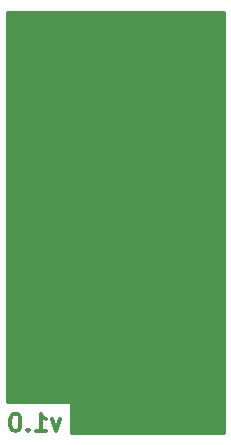
<source format=gbl>
G04 #@! TF.GenerationSoftware,KiCad,Pcbnew,(5.1.5)-3*
G04 #@! TF.CreationDate,2020-06-08T15:14:44-04:00*
G04 #@! TF.ProjectId,Vextrex Buzz Fix,56657874-7265-4782-9042-757a7a204669,rev?*
G04 #@! TF.SameCoordinates,Original*
G04 #@! TF.FileFunction,Copper,L2,Bot*
G04 #@! TF.FilePolarity,Positive*
%FSLAX46Y46*%
G04 Gerber Fmt 4.6, Leading zero omitted, Abs format (unit mm)*
G04 Created by KiCad (PCBNEW (5.1.5)-3) date 2020-06-08 15:14:44*
%MOMM*%
%LPD*%
G04 APERTURE LIST*
%ADD10C,0.300000*%
%ADD11C,0.600000*%
%ADD12C,0.254000*%
G04 APERTURE END LIST*
D10*
X144649000Y-121344571D02*
X144291857Y-122344571D01*
X143934714Y-121344571D01*
X142577571Y-122344571D02*
X143434714Y-122344571D01*
X143006142Y-122344571D02*
X143006142Y-120844571D01*
X143149000Y-121058857D01*
X143291857Y-121201714D01*
X143434714Y-121273142D01*
X141934714Y-122201714D02*
X141863285Y-122273142D01*
X141934714Y-122344571D01*
X142006142Y-122273142D01*
X141934714Y-122201714D01*
X141934714Y-122344571D01*
X140934714Y-120844571D02*
X140791857Y-120844571D01*
X140649000Y-120916000D01*
X140577571Y-120987428D01*
X140506142Y-121130285D01*
X140434714Y-121416000D01*
X140434714Y-121773142D01*
X140506142Y-122058857D01*
X140577571Y-122201714D01*
X140649000Y-122273142D01*
X140791857Y-122344571D01*
X140934714Y-122344571D01*
X141077571Y-122273142D01*
X141149000Y-122201714D01*
X141220428Y-122058857D01*
X141291857Y-121773142D01*
X141291857Y-121416000D01*
X141220428Y-121130285D01*
X141149000Y-120987428D01*
X141077571Y-120916000D01*
X140934714Y-120844571D01*
D11*
X145796000Y-97536000D03*
X141224000Y-101346000D03*
X141478000Y-113030000D03*
X149606000Y-111760000D03*
X156972000Y-111252000D03*
X152000000Y-100250000D03*
D12*
G36*
X158548001Y-122480000D02*
G01*
X145603286Y-122480000D01*
X145603286Y-119876000D01*
X140156000Y-119876000D01*
X140156000Y-86816000D01*
X158548000Y-86816000D01*
X158548001Y-122480000D01*
G37*
X158548001Y-122480000D02*
X145603286Y-122480000D01*
X145603286Y-119876000D01*
X140156000Y-119876000D01*
X140156000Y-86816000D01*
X158548000Y-86816000D01*
X158548001Y-122480000D01*
M02*

</source>
